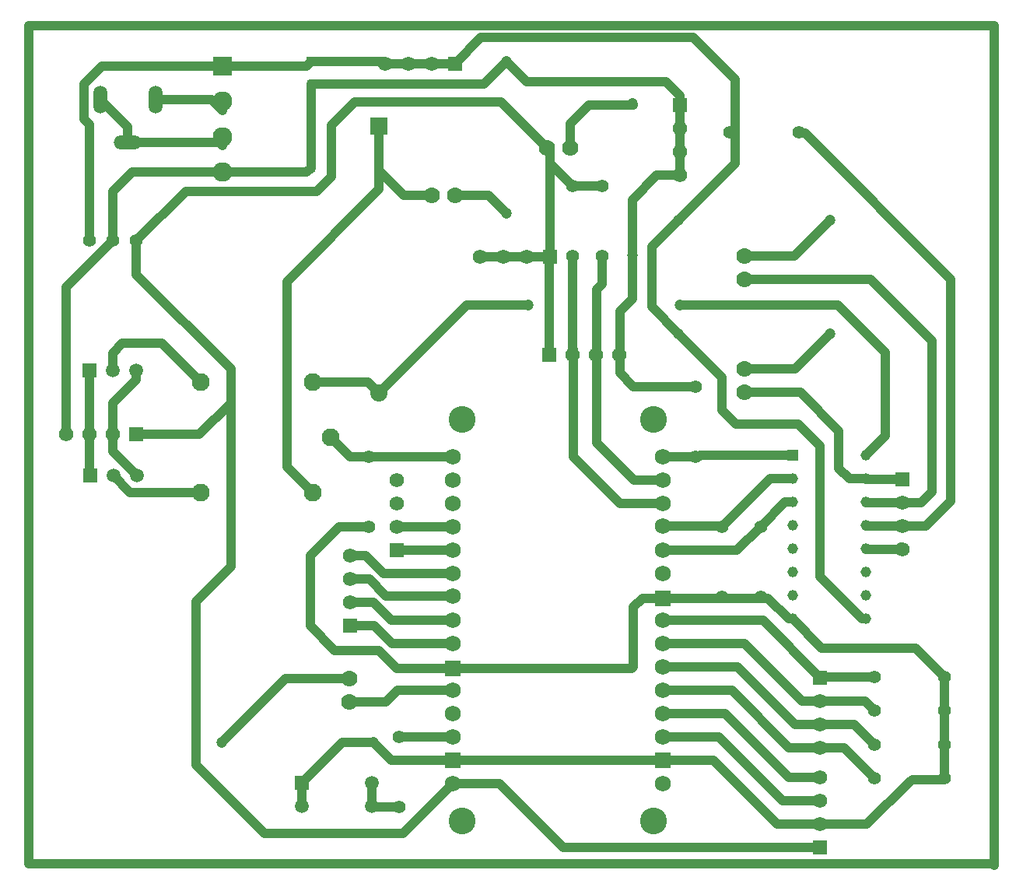
<source format=gbl>
G04*
G04 #@! TF.GenerationSoftware,Altium Limited,Altium Designer,18.0.9 (584)*
G04*
G04 Layer_Physical_Order=2*
G04 Layer_Color=16711680*
%FSLAX44Y44*%
%MOMM*%
G71*
G01*
G75*
%ADD18C,1.0000*%
%ADD41C,1.5000*%
%ADD42R,1.5000X1.5000*%
%ADD43R,1.5750X1.5750*%
%ADD44C,1.5750*%
%ADD45R,1.5750X1.5750*%
%ADD46R,1.1600X1.1600*%
%ADD47C,1.1600*%
%ADD48R,2.1300X2.1300*%
%ADD49C,2.1300*%
%ADD50C,1.8750*%
%ADD51R,1.8750X1.8750*%
%ADD52R,1.1000X1.1000*%
%ADD53C,1.1000*%
%ADD54C,1.2000*%
%ADD55C,1.4170*%
%ADD56C,1.4000*%
%ADD57C,1.9500*%
%ADD58C,1.7780*%
%ADD59O,3.0160X1.5080*%
%ADD60O,1.5080X3.0160*%
%ADD61C,2.9210*%
%ADD62C,1.7526*%
%ADD63R,1.7526X1.7526*%
%ADD64C,0.0000*%
D18*
X719720Y772160D02*
X720170Y771710D01*
X719720Y746760D02*
X720170Y746310D01*
X771340Y441510D02*
X840740Y372110D01*
X720170Y441510D02*
X771340D01*
X948770Y643440D02*
X1063440D01*
X902005Y888695D02*
Y955345D01*
X1220470Y445770D02*
X1253755D01*
X1170940Y397510D02*
X1217930Y444500D01*
X1253755Y445770D02*
X1255630Y447645D01*
X1224485Y589280D02*
X1255630Y558135D01*
X1122020Y589280D02*
X1224485D01*
X1090270Y621030D02*
X1122020Y589280D01*
X591820Y586740D02*
X640080D01*
X565150Y613410D02*
X591820Y586740D01*
X565150Y613410D02*
Y689610D01*
X596900Y721360D01*
X628650D01*
X915220Y567240D02*
X916940Y568960D01*
X720170Y567240D02*
X915220D01*
X916940Y568960D02*
Y633730D01*
X948770Y466910D02*
X1003750D01*
X720170D02*
X948770D01*
X825805Y1116725D02*
X850330Y1092200D01*
X825805Y1116725D02*
Y1130995D01*
Y1014730D02*
Y1116725D01*
X823040Y1133760D02*
X825805Y1130995D01*
X825500Y1014425D02*
X825805Y1014730D01*
X825500Y908050D02*
Y1014425D01*
X1255630Y521305D02*
Y558135D01*
Y484475D02*
Y521305D01*
Y447645D02*
Y484475D01*
X1120140Y397510D02*
X1170940D01*
X1003750Y466910D02*
X1073150Y397510D01*
X1120140D01*
X1079500Y422910D02*
X1120140D01*
Y448310D02*
X1122680D01*
X1085850D02*
X1120140D01*
X1016450Y517710D02*
X1085850Y448310D01*
X948770Y517710D02*
X1016450D01*
X840740Y372110D02*
X1120140D01*
X478790Y855980D02*
Y892810D01*
Y678180D02*
Y855980D01*
X444500Y821690D02*
X478790Y855980D01*
X375920Y821690D02*
X444500D01*
X375920Y995680D02*
X478790Y892810D01*
X375920Y995680D02*
Y1032510D01*
X440690Y640080D02*
X478790Y678180D01*
X440690Y462280D02*
Y640080D01*
Y462280D02*
X515620Y387350D01*
X666010D01*
X720170Y441510D01*
X640080Y1108710D02*
Y1156970D01*
Y1088390D02*
Y1108710D01*
X539750Y988060D02*
X640080Y1088390D01*
X539750Y786740D02*
Y988060D01*
Y786740D02*
X567730Y758760D01*
X628290Y878760D02*
X640080Y866970D01*
X567730Y878760D02*
X628290D01*
X640080Y866970D02*
X735770Y962660D01*
X802640D01*
X565875Y1086445D02*
X572095D01*
X588010Y1102360D01*
Y1158240D01*
X613410Y1183640D01*
X773160D01*
X823040Y1133760D01*
X666750Y1082040D02*
X697230D01*
X640080Y1108710D02*
X666750Y1082040D01*
X722630Y1081590D02*
X759245D01*
X936989Y960506D02*
Y1025979D01*
X966199Y1055189D01*
X1027549Y1116539D01*
Y1149350D01*
X966199Y931296D02*
X1013460Y884035D01*
X936989Y960506D02*
X966199Y931296D01*
X754090Y1202745D02*
X778590Y1227245D01*
X566500Y1202745D02*
X754090D01*
X659950Y543110D02*
X720170D01*
X719720Y695960D02*
X720170Y695510D01*
X659130Y695960D02*
X719720D01*
Y721360D02*
X720170Y720910D01*
X659130Y721360D02*
X719720D01*
X644856Y670110D02*
X720170D01*
X625424Y689542D02*
X644856Y670110D01*
X659130Y772160D02*
X659580Y771710D01*
X608330Y689542D02*
X625424D01*
X629611Y664142D02*
X647773Y645980D01*
X608330Y664142D02*
X629611D01*
X647773Y645980D02*
X720170D01*
X653230Y619310D02*
X720170D01*
X633798Y638742D02*
X653230Y619310D01*
X608330Y638742D02*
X633798D01*
X608330Y613342D02*
X634691D01*
X654123Y593910D01*
X720170D01*
X1169670Y798830D02*
X1191260Y820420D01*
Y910590D01*
X1139190Y962660D02*
X1191260Y910590D01*
X967640Y962660D02*
X1139190D01*
X1209884Y722430D02*
X1235510D01*
X1262380Y749300D01*
Y990419D01*
X1103449Y1149350D02*
X1262380Y990419D01*
X1037714Y990400D02*
X1174950D01*
X1242060Y923290D01*
Y759460D02*
Y923290D01*
X1230430Y747830D02*
X1242060Y759460D01*
X1209884Y747830D02*
X1230430D01*
X1140220Y785100D02*
Y825740D01*
X1098550Y867410D02*
X1140220Y825740D01*
X1037714Y867410D02*
X1098550D01*
X1120140Y666750D02*
Y808990D01*
X1096010Y833120D02*
X1120140Y808990D01*
X1028700Y833120D02*
X1096010D01*
X1013460Y848360D02*
X1028700Y833120D01*
X1013460Y848360D02*
Y884035D01*
X1091810Y1015800D02*
X1131199Y1055189D01*
X1037714Y1015800D02*
X1091810D01*
X1092713Y892810D02*
X1131199Y931296D01*
X1037714Y892810D02*
X1092713D01*
X1120140Y666750D02*
X1165860Y621030D01*
X1027549Y1149350D02*
Y1207651D01*
X981710Y1253490D02*
X1027549Y1207651D01*
X750830Y1253490D02*
X981710D01*
X722710Y1225370D02*
X750830Y1253490D01*
X952500Y1205230D02*
X967740Y1189990D01*
X800605Y1205230D02*
X952500D01*
X778590Y1227245D02*
X800605Y1205230D01*
X942369Y1103659D02*
X967740D01*
X915750Y1077040D02*
X942369Y1103659D01*
X915750Y1016734D02*
Y1077040D01*
X967740Y1103659D02*
Y1129059D01*
Y1154459D01*
Y1179859D01*
Y1189990D01*
X1085850Y621030D02*
X1090270D01*
X1169670Y697230D02*
X1169870Y697030D01*
X1209884D01*
X1169670Y722630D02*
X1169870Y722430D01*
X1209884D01*
X1169670Y748030D02*
X1169870Y747830D01*
X1209884D01*
X1169670Y773430D02*
X1169870Y773230D01*
X1209884D01*
X1151890Y773430D02*
X1169670D01*
X1140220Y785100D02*
X1151890Y773430D01*
X1165860Y621030D02*
X1169670D01*
X988060Y797560D02*
X989330Y798830D01*
X1090270D01*
X1013460Y721360D02*
X1065530Y773430D01*
X1090270D01*
X1055370Y721360D02*
X1082040Y748030D01*
X1090270D01*
X948770Y695510D02*
X1029520D01*
X1055370Y721360D01*
X1063440Y643440D02*
X1085850Y621030D01*
X1012640Y722180D02*
X1013460Y721360D01*
X948770Y722180D02*
X1012640D01*
X916940Y633730D02*
X926650Y643440D01*
X948770D01*
X902005Y888695D02*
X916940Y873760D01*
X984250D01*
X948770Y797110D02*
X949220Y797560D01*
X988060D01*
X749605Y1014730D02*
X775005D01*
X800405D01*
X825805D01*
X902150Y746310D02*
X948770D01*
X851205Y797255D02*
X902150Y746310D01*
X851205Y797255D02*
Y914400D01*
X917390Y771710D02*
X948770D01*
X876605Y812495D02*
X917390Y771710D01*
X876605Y812495D02*
Y914400D01*
X882650Y985520D02*
Y1016000D01*
X876605Y979475D02*
X882650Y985520D01*
X915750Y969090D02*
Y1016734D01*
X902005Y955345D02*
X915750Y969090D01*
X876605Y914400D02*
Y979475D01*
X850330Y915275D02*
X851205Y914400D01*
X850330Y915275D02*
Y1016000D01*
X565875Y1111445D02*
X566500Y1112070D01*
X561525Y1107095D02*
X565875Y1111445D01*
X868335Y1179830D02*
X916940D01*
X850330Y1092200D02*
X882650D01*
X640080Y586740D02*
X659580Y567240D01*
X720170D01*
X1207809Y699105D02*
X1209884Y697030D01*
X1207809Y775305D02*
X1209884Y773230D01*
X1010100Y492310D02*
X1079500Y422910D01*
X948770Y492310D02*
X1010100D01*
X1146015Y481060D02*
X1179430Y447645D01*
X1120240Y481060D02*
X1146015D01*
X1157445Y506460D02*
X1179430Y484475D01*
X1120240Y506460D02*
X1157445D01*
X1168875Y531860D02*
X1179430Y521305D01*
X1120240Y531860D02*
X1168875D01*
X1086120Y481060D02*
X1120240D01*
X1024070Y543110D02*
X1086120Y481060D01*
X948770Y543110D02*
X1024070D01*
X1092470Y506460D02*
X1120240D01*
X1030420Y568510D02*
X1092470Y506460D01*
X948770Y568510D02*
X1030420D01*
X1100090Y531860D02*
X1120240D01*
X1038040Y593910D02*
X1100090Y531860D01*
X948770Y593910D02*
X1038040D01*
X1058190Y619310D02*
X1120240Y557260D01*
X948770Y619310D02*
X1058190D01*
X1120240Y557260D02*
X1121115Y558135D01*
X1179430D01*
X556030Y442460D02*
X599980Y486410D01*
X633730D01*
X556030Y417060D02*
Y442460D01*
X632460Y416830D02*
Y441960D01*
Y416830D02*
X632730Y416560D01*
X632230Y417060D02*
X632460Y416830D01*
X632730Y416560D02*
X661670D01*
X633730Y486410D02*
X653230Y466910D01*
X720170D01*
X661670Y492760D02*
X662120Y492310D01*
X720170D01*
X468730Y486410D02*
X538580Y556260D01*
X607315D01*
Y530860D02*
X647700D01*
X659950Y543110D01*
X719282Y593022D02*
X720170Y593910D01*
X718012Y643822D02*
X720170Y645980D01*
X719282Y669222D02*
X720170Y670110D01*
X848440Y1133760D02*
Y1159935D01*
X868335Y1179830D01*
X325120Y1032510D02*
Y1159155D01*
X319010Y1165265D02*
X325120Y1159155D01*
X319010Y1165265D02*
Y1202930D01*
X338675Y1222595D01*
X469980D01*
X350520Y1032510D02*
Y1085850D01*
X371765Y1107095D01*
X469980D01*
X429855Y1086445D02*
X565875D01*
X375920Y1032510D02*
X429855Y1086445D01*
X671910Y1225370D02*
X673180Y1224100D01*
X469980Y1107095D02*
X561525D01*
X566500Y1112070D02*
Y1202745D01*
X759245Y1081590D02*
X778590Y1062245D01*
X697310Y1225370D02*
X722710D01*
X671910D02*
X697310D01*
X646510D02*
X671910D01*
X644135Y1227745D02*
X646510Y1225370D01*
X566500Y1227745D02*
X644135D01*
X561350Y1222595D02*
X566500Y1227745D01*
X469980Y1222595D02*
X561350D01*
X458030Y1186180D02*
X469980Y1174230D01*
X396550Y1186180D02*
X458030D01*
X466530Y1139180D02*
X469980Y1135730D01*
X366550Y1139180D02*
X466530D01*
X366550D02*
Y1156180D01*
X336550Y1186180D02*
X366550Y1156180D01*
X299720Y981710D02*
X350520Y1032510D01*
X299720Y821690D02*
Y981710D01*
X350520Y821690D02*
Y855980D01*
X375420Y880880D01*
Y891560D01*
X369375Y758760D02*
X445730D01*
X350895Y777240D02*
X369375Y758760D01*
X350520Y803015D02*
X376295Y777240D01*
X350520Y803015D02*
Y821690D01*
X324620Y819150D02*
Y891560D01*
X325120Y777615D02*
X325495Y777240D01*
X325120Y777615D02*
Y821690D01*
X350020Y891560D02*
Y910090D01*
X360680Y920750D01*
X403740D01*
X445730Y878760D01*
X587730Y818760D02*
X608930Y797560D01*
X647700D01*
X648150Y797110D01*
X720170D01*
X259080Y354330D02*
X1308100D01*
X259080Y1266190D02*
X259080Y354330D01*
X259080Y1266190D02*
X1309370D01*
Y353060D02*
Y1266190D01*
D41*
X375420Y891560D02*
D03*
X350020D02*
D03*
X350895Y777240D02*
D03*
X376295D02*
D03*
X632230Y417060D02*
D03*
Y442460D02*
D03*
X556030Y417060D02*
D03*
D42*
X324620Y891560D02*
D03*
X325495Y777240D02*
D03*
X556030Y442460D02*
D03*
D43*
X375920Y821690D02*
D03*
X825500Y908050D02*
D03*
X722710Y1225370D02*
D03*
X825805Y1014730D02*
D03*
D44*
X350520Y821690D02*
D03*
X325120D02*
D03*
X299720D02*
D03*
X1120240Y531860D02*
D03*
Y506460D02*
D03*
Y481060D02*
D03*
X850900Y908050D02*
D03*
X876300D02*
D03*
X901700D02*
D03*
X608330Y638742D02*
D03*
Y664142D02*
D03*
Y689542D02*
D03*
X697310Y1225370D02*
D03*
X671910D02*
D03*
X646510D02*
D03*
X967740Y1154459D02*
D03*
Y1129059D02*
D03*
Y1103659D02*
D03*
X800405Y1014730D02*
D03*
X775005D02*
D03*
X749605D02*
D03*
X1209884Y747830D02*
D03*
Y722430D02*
D03*
Y697030D02*
D03*
X1120140Y397510D02*
D03*
Y422910D02*
D03*
Y448310D02*
D03*
X659130Y721360D02*
D03*
Y746760D02*
D03*
Y772160D02*
D03*
D45*
X1120240Y557260D02*
D03*
X608330Y613342D02*
D03*
X967740Y1179859D02*
D03*
X1209884Y773230D02*
D03*
X1120140Y372110D02*
D03*
X659130Y695960D02*
D03*
D46*
X1090270Y798830D02*
D03*
D47*
Y773430D02*
D03*
Y748030D02*
D03*
Y722630D02*
D03*
Y697230D02*
D03*
Y671830D02*
D03*
Y646430D02*
D03*
Y621030D02*
D03*
X1169670D02*
D03*
Y646430D02*
D03*
Y671830D02*
D03*
Y697230D02*
D03*
Y722630D02*
D03*
Y748030D02*
D03*
Y773430D02*
D03*
Y798830D02*
D03*
D48*
X469980Y1222595D02*
D03*
D49*
Y1184095D02*
D03*
Y1145595D02*
D03*
Y1107095D02*
D03*
D50*
X640080Y866970D02*
D03*
D51*
Y1156970D02*
D03*
D52*
X566500Y1227745D02*
D03*
X565875Y1086445D02*
D03*
D53*
X566500Y1202745D02*
D03*
X565875Y1111445D02*
D03*
D54*
X778590Y1227245D02*
D03*
Y1062245D02*
D03*
X915750Y1016734D02*
D03*
Y1181734D02*
D03*
X633730Y486410D02*
D03*
X468730D02*
D03*
X966199Y931296D02*
D03*
X1131199D02*
D03*
X966199Y1055189D02*
D03*
X1131199D02*
D03*
X802640Y962660D02*
D03*
X967640D02*
D03*
D55*
X1021380Y1150620D02*
D03*
X1097280D02*
D03*
D56*
X375920Y1032510D02*
D03*
X350520D02*
D03*
X325120D02*
D03*
X1179430Y558135D02*
D03*
X1255630D02*
D03*
X850330Y1016000D02*
D03*
Y1092200D02*
D03*
X1179430Y447645D02*
D03*
X1255630D02*
D03*
X1013460Y645160D02*
D03*
Y721360D02*
D03*
X628650Y797560D02*
D03*
Y721360D02*
D03*
X661670Y492760D02*
D03*
Y416560D02*
D03*
X1055370Y645160D02*
D03*
Y721360D02*
D03*
X1179430Y521305D02*
D03*
X1255630D02*
D03*
X1179430Y484475D02*
D03*
X1255630D02*
D03*
X882650Y1016000D02*
D03*
Y1092200D02*
D03*
X984250Y873760D02*
D03*
Y797560D02*
D03*
D57*
X587730Y818760D02*
D03*
X567730Y758760D02*
D03*
X445730D02*
D03*
Y878760D02*
D03*
X567730D02*
D03*
D58*
X697230Y1082040D02*
D03*
X722630D02*
D03*
X823040Y1133760D02*
D03*
X848440D02*
D03*
X607315Y530860D02*
D03*
Y556260D02*
D03*
X1037714Y1015800D02*
D03*
Y990400D02*
D03*
Y892810D02*
D03*
Y867410D02*
D03*
D59*
X366550Y1139180D02*
D03*
D60*
X336550Y1186180D02*
D03*
X396550D02*
D03*
D61*
X938610Y837750D02*
D03*
X730330D02*
D03*
X938610Y400870D02*
D03*
X730330D02*
D03*
D62*
X720170Y441510D02*
D03*
Y543110D02*
D03*
Y517710D02*
D03*
Y492310D02*
D03*
Y593910D02*
D03*
Y619310D02*
D03*
Y645980D02*
D03*
Y797110D02*
D03*
Y771710D02*
D03*
Y746310D02*
D03*
Y720910D02*
D03*
Y695510D02*
D03*
Y670110D02*
D03*
X948770Y441510D02*
D03*
Y543110D02*
D03*
Y517710D02*
D03*
Y492310D02*
D03*
Y568510D02*
D03*
Y593910D02*
D03*
Y619310D02*
D03*
Y797110D02*
D03*
Y771710D02*
D03*
Y746310D02*
D03*
Y722180D02*
D03*
Y695510D02*
D03*
Y670110D02*
D03*
D63*
X720170Y466910D02*
D03*
Y567240D02*
D03*
X948770Y466910D02*
D03*
Y643440D02*
D03*
D64*
X1169059Y773230D02*
X1169870D01*
M02*

</source>
